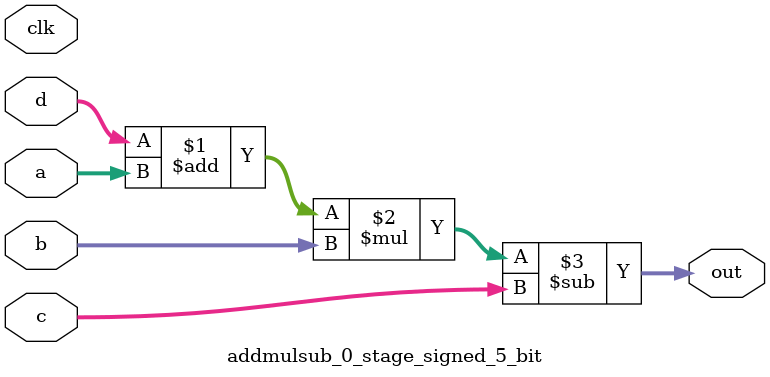
<source format=sv>
(* use_dsp = "yes" *) module addmulsub_0_stage_signed_5_bit(
	input signed [4:0] a,
	input signed [4:0] b,
	input signed [4:0] c,
	input signed [4:0] d,
	output [4:0] out,
	input clk);

	assign out = ((d + a) * b) - c;
endmodule

</source>
